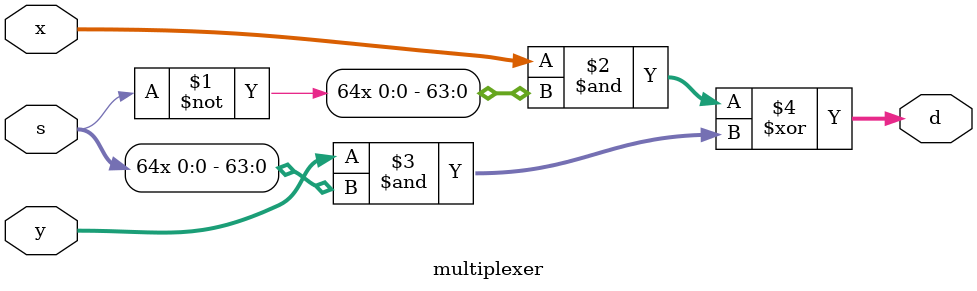
<source format=v>
module multiplexer(x,y,s,d);

input [63:0]x,y;
input s;
output [63:0]d;

assign d=(x & {64{~s}}) ^ (y & {64{s}});

endmodule
</source>
